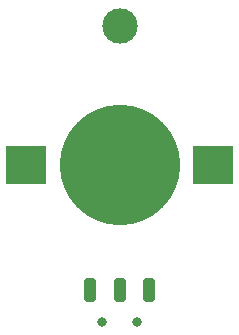
<source format=gbr>
%TF.GenerationSoftware,KiCad,Pcbnew,(6.0.2-0)*%
%TF.CreationDate,2022-04-12T20:56:32+02:00*%
%TF.ProjectId,Blinky,426c696e-6b79-42e6-9b69-6361645f7063,rev?*%
%TF.SameCoordinates,Original*%
%TF.FileFunction,Soldermask,Bot*%
%TF.FilePolarity,Negative*%
%FSLAX46Y46*%
G04 Gerber Fmt 4.6, Leading zero omitted, Abs format (unit mm)*
G04 Created by KiCad (PCBNEW (6.0.2-0)) date 2022-04-12 20:56:32*
%MOMM*%
%LPD*%
G01*
G04 APERTURE LIST*
G04 Aperture macros list*
%AMRoundRect*
0 Rectangle with rounded corners*
0 $1 Rounding radius*
0 $2 $3 $4 $5 $6 $7 $8 $9 X,Y pos of 4 corners*
0 Add a 4 corners polygon primitive as box body*
4,1,4,$2,$3,$4,$5,$6,$7,$8,$9,$2,$3,0*
0 Add four circle primitives for the rounded corners*
1,1,$1+$1,$2,$3*
1,1,$1+$1,$4,$5*
1,1,$1+$1,$6,$7*
1,1,$1+$1,$8,$9*
0 Add four rect primitives between the rounded corners*
20,1,$1+$1,$2,$3,$4,$5,0*
20,1,$1+$1,$4,$5,$6,$7,0*
20,1,$1+$1,$6,$7,$8,$9,0*
20,1,$1+$1,$8,$9,$2,$3,0*%
G04 Aperture macros list end*
%ADD10C,3.000000*%
%ADD11C,0.800000*%
%ADD12RoundRect,0.250000X-0.250000X-0.750000X0.250000X-0.750000X0.250000X0.750000X-0.250000X0.750000X0*%
%ADD13R,3.500000X3.300000*%
%ADD14C,10.200000*%
G04 APERTURE END LIST*
D10*
%TO.C,H1*%
X193050000Y-42170000D03*
%TD*%
D11*
%TO.C,SW1*%
X191550000Y-67266401D03*
X194550000Y-67266401D03*
D12*
X190550000Y-64516401D03*
X193050000Y-64516401D03*
X195550000Y-64516401D03*
%TD*%
D13*
%TO.C,BT1*%
X200950000Y-53990000D03*
X185150000Y-53990000D03*
D14*
X193050000Y-53990000D03*
%TD*%
M02*

</source>
